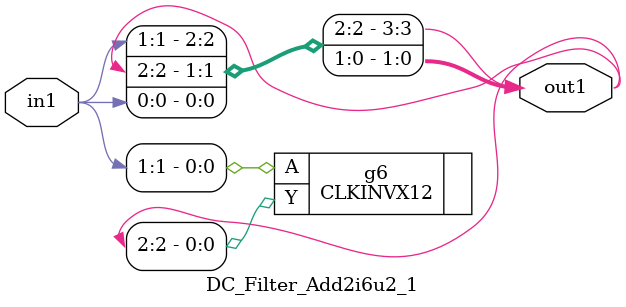
<source format=v>
`timescale 1ps / 1ps


module DC_Filter_Add2i6u2_1(in1, out1);
  input [1:0] in1;
  output [3:0] out1;
  wire [1:0] in1;
  wire [3:0] out1;
  assign out1[0] = in1[0];
  assign out1[1] = out1[2];
  assign out1[3] = in1[1];
  CLKINVX12 g6(.A (in1[1]), .Y (out1[2]));
endmodule



</source>
